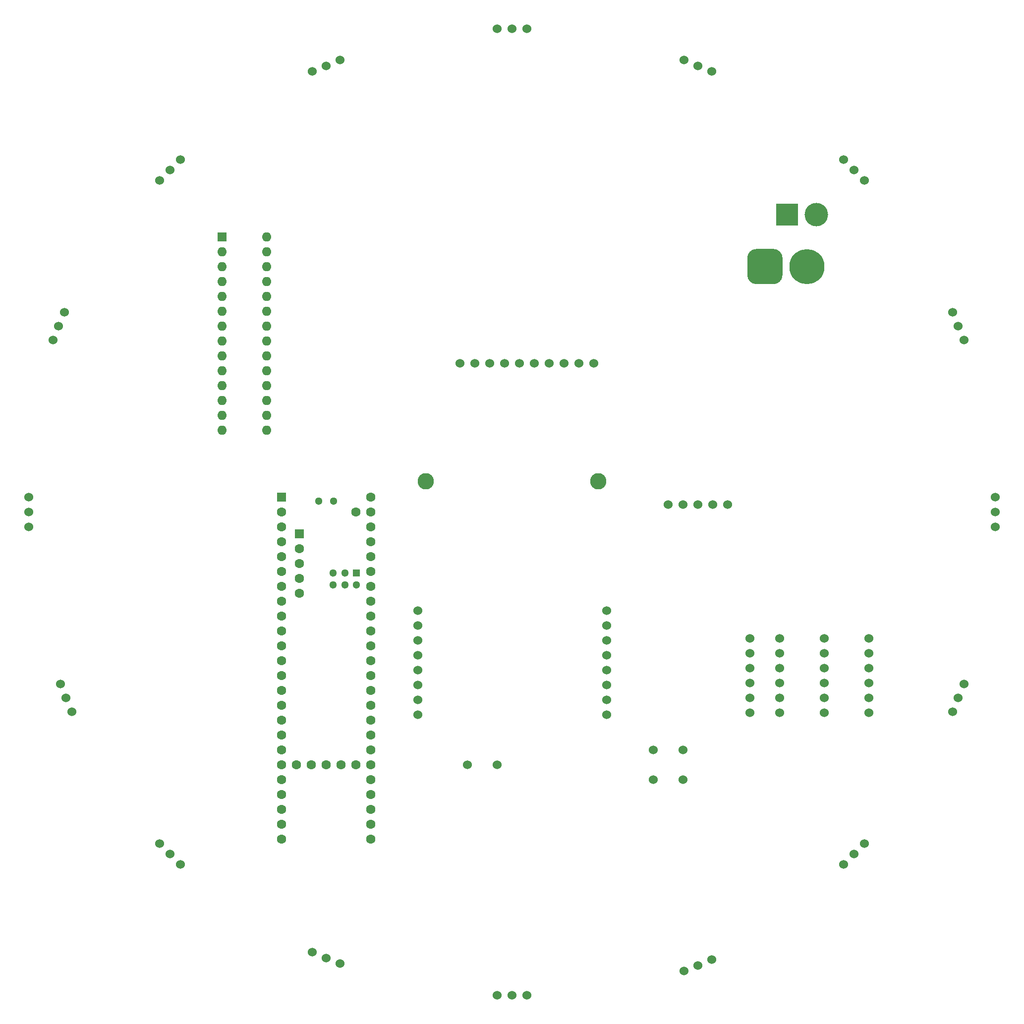
<source format=gbr>
%TF.GenerationSoftware,KiCad,Pcbnew,5.1.9+dfsg1-1+deb11u1*%
%TF.CreationDate,2024-06-09T15:48:32+02:00*%
%TF.ProjectId,pcb_boven,7063625f-626f-4766-956e-2e6b69636164,rev?*%
%TF.SameCoordinates,Original*%
%TF.FileFunction,Soldermask,Bot*%
%TF.FilePolarity,Negative*%
%FSLAX46Y46*%
G04 Gerber Fmt 4.6, Leading zero omitted, Abs format (unit mm)*
G04 Created by KiCad (PCBNEW 5.1.9+dfsg1-1+deb11u1) date 2024-06-09 15:48:32*
%MOMM*%
%LPD*%
G01*
G04 APERTURE LIST*
%ADD10C,1.524000*%
%ADD11C,1.300000*%
%ADD12C,1.600000*%
%ADD13R,1.300000X1.300000*%
%ADD14R,1.600000X1.600000*%
%ADD15C,2.794000*%
%ADD16C,6.000000*%
%ADD17C,4.000000*%
%ADD18R,3.800000X3.800000*%
%ADD19O,1.600000X1.600000*%
G04 APERTURE END LIST*
D10*
%TO.C,pcb_conn1*%
X114300000Y-74930000D03*
X111760000Y-74930000D03*
X109220000Y-74930000D03*
X106680000Y-74930000D03*
X104140000Y-74930000D03*
X101600000Y-74930000D03*
X99060000Y-74930000D03*
X96520000Y-74930000D03*
X93980000Y-74930000D03*
X91440000Y-74930000D03*
%TD*%
D11*
%TO.C,control_board1*%
X69850000Y-98520000D03*
X67310000Y-98520000D03*
D12*
X73660000Y-143510000D03*
X71120000Y-143510000D03*
X68580000Y-143510000D03*
X66040000Y-143510000D03*
X63500000Y-143510000D03*
D11*
X69761600Y-110760000D03*
X69761600Y-112760000D03*
X71761600Y-112760000D03*
X71761600Y-110760000D03*
X73761600Y-112760000D03*
D13*
X73761600Y-110760000D03*
D12*
X60960000Y-138430000D03*
X60960000Y-140970000D03*
X60960000Y-143510000D03*
X60960000Y-146050000D03*
X60960000Y-135890000D03*
X60960000Y-133350000D03*
X60960000Y-130810000D03*
X60960000Y-148590000D03*
X60960000Y-151130000D03*
X60960000Y-153670000D03*
X60960000Y-156210000D03*
X76200000Y-156210000D03*
X76200000Y-153670000D03*
X76200000Y-151130000D03*
X76200000Y-148590000D03*
X76200000Y-146050000D03*
X76200000Y-143510000D03*
X76200000Y-140970000D03*
X76200000Y-138430000D03*
X76200000Y-135890000D03*
X76200000Y-133350000D03*
X60960000Y-128270000D03*
X60960000Y-125730000D03*
X60960000Y-123190000D03*
X60960000Y-120650000D03*
X60960000Y-118110000D03*
X60960000Y-115570000D03*
X60960000Y-113030000D03*
X60960000Y-110490000D03*
X60960000Y-107950000D03*
X60960000Y-105410000D03*
X60960000Y-102870000D03*
X60960000Y-100330000D03*
D14*
X60960000Y-97790000D03*
D12*
X76200000Y-130810000D03*
X76200000Y-128270000D03*
X76200000Y-125730000D03*
X76200000Y-123190000D03*
X76200000Y-120650000D03*
X76200000Y-118110000D03*
X76200000Y-115570000D03*
X76200000Y-113030000D03*
X76200000Y-110490000D03*
X76200000Y-107950000D03*
X76200000Y-105410000D03*
X76200000Y-102870000D03*
X76200000Y-100330000D03*
X76200000Y-97790000D03*
D14*
X64010800Y-104089200D03*
D12*
X64010800Y-106629200D03*
X64010800Y-109169200D03*
X64010800Y-111709200D03*
X64010800Y-114249200D03*
X73660000Y-100330000D03*
%TD*%
D10*
%TO.C,ir_sensor_9*%
X97790000Y-182880000D03*
X100330000Y-182880000D03*
X102870000Y-182880000D03*
%TD*%
%TO.C,ir_sensor_1*%
X102870000Y-17780000D03*
X100330000Y-17780000D03*
X97790000Y-17780000D03*
%TD*%
%TO.C,ir_sensor_2*%
X70926654Y-23157984D03*
X68580000Y-24130000D03*
X66233346Y-25102016D03*
%TD*%
%TO.C,ir_sensor_8*%
X66233346Y-175557984D03*
X68580000Y-176530000D03*
X70926654Y-177502016D03*
%TD*%
%TO.C,ir_sensor_12*%
X175557984Y-134426654D03*
X176530000Y-132080000D03*
X177502016Y-129733346D03*
%TD*%
%TO.C,U2*%
X116459000Y-132461000D03*
X116459000Y-135001000D03*
D15*
X115062000Y-95123000D03*
X85598000Y-95123000D03*
D10*
X84201000Y-135001000D03*
X84201000Y-132461000D03*
X84201000Y-129921000D03*
X84201000Y-127381000D03*
X84201000Y-124841000D03*
X84201000Y-122301000D03*
X84201000Y-119761000D03*
X116459000Y-117221000D03*
X116459000Y-119761000D03*
X116459000Y-122301000D03*
X116459000Y-124841000D03*
X116459000Y-127381000D03*
X116459000Y-129921000D03*
X84201000Y-117221000D03*
%TD*%
%TO.C,xt60*%
G36*
G01*
X140510000Y-59920000D02*
X140510000Y-56920000D01*
G75*
G02*
X142010000Y-55420000I1500000J0D01*
G01*
X145010000Y-55420000D01*
G75*
G02*
X146510000Y-56920000I0J-1500000D01*
G01*
X146510000Y-59920000D01*
G75*
G02*
X145010000Y-61420000I-1500000J0D01*
G01*
X142010000Y-61420000D01*
G75*
G02*
X140510000Y-59920000I0J1500000D01*
G01*
G37*
D16*
X150710000Y-58420000D03*
%TD*%
D17*
%TO.C,xt30*%
X152320000Y-49530000D03*
D18*
X147320000Y-49530000D03*
%TD*%
D10*
%TO.C,U1*%
X137160000Y-99060000D03*
X134620000Y-99060000D03*
X132080000Y-99060000D03*
X129540000Y-99060000D03*
X127000000Y-99060000D03*
%TD*%
%TO.C,R7*%
X146050000Y-121920000D03*
X140970000Y-121920000D03*
%TD*%
%TO.C,R6*%
X146050000Y-124460000D03*
X140970000Y-124460000D03*
%TD*%
%TO.C,R5*%
X146050000Y-127000000D03*
X140970000Y-127000000D03*
%TD*%
%TO.C,R4*%
X146050000Y-129540000D03*
X140970000Y-129540000D03*
%TD*%
%TO.C,R3*%
X146050000Y-132080000D03*
X140970000Y-132080000D03*
%TD*%
%TO.C,R2*%
X146050000Y-134620000D03*
X140970000Y-134620000D03*
%TD*%
%TO.C,R1*%
X129540000Y-140970000D03*
X124460000Y-140970000D03*
%TD*%
D19*
%TO.C,Portmultiplexer1*%
X58420000Y-53340000D03*
X50800000Y-86360000D03*
X58420000Y-55880000D03*
X50800000Y-83820000D03*
X58420000Y-58420000D03*
X50800000Y-81280000D03*
X58420000Y-60960000D03*
X50800000Y-78740000D03*
X58420000Y-63500000D03*
X50800000Y-76200000D03*
X58420000Y-66040000D03*
X50800000Y-73660000D03*
X58420000Y-68580000D03*
X50800000Y-71120000D03*
X58420000Y-71120000D03*
X50800000Y-68580000D03*
X58420000Y-73660000D03*
X50800000Y-66040000D03*
X58420000Y-76200000D03*
X50800000Y-63500000D03*
X58420000Y-78740000D03*
X50800000Y-60960000D03*
X58420000Y-81280000D03*
X50800000Y-58420000D03*
X58420000Y-83820000D03*
X50800000Y-55880000D03*
X58420000Y-86360000D03*
D14*
X50800000Y-53340000D03*
%TD*%
D10*
%TO.C,ir_sensor_16*%
X134426654Y-25102016D03*
X132080000Y-24130000D03*
X129733346Y-23157984D03*
%TD*%
%TO.C,ir_sensor_15*%
X160546051Y-43706051D03*
X158750000Y-41910000D03*
X156953949Y-40113949D03*
%TD*%
%TO.C,ir_sensor_14*%
X177502016Y-70926654D03*
X176530000Y-68580000D03*
X175557984Y-66233346D03*
%TD*%
%TO.C,ir_sensor_13*%
X182880000Y-102870000D03*
X182880000Y-100330000D03*
X182880000Y-97790000D03*
%TD*%
%TO.C,ir_sensor_11*%
X156953949Y-160546051D03*
X158750000Y-158750000D03*
X160546051Y-156953949D03*
%TD*%
%TO.C,ir_sensor_10*%
X129733346Y-178772016D03*
X132080000Y-177800000D03*
X134426654Y-176827984D03*
%TD*%
%TO.C,ir_sensor_7*%
X40113949Y-156953949D03*
X41910000Y-158750000D03*
X43706051Y-160546051D03*
%TD*%
%TO.C,ir_sensor_6*%
X23157984Y-129733346D03*
X24130000Y-132080000D03*
X25102016Y-134426654D03*
%TD*%
%TO.C,ir_sensor_5*%
X17780000Y-97790000D03*
X17780000Y-100330000D03*
X17780000Y-102870000D03*
%TD*%
%TO.C,ir_sensor_4*%
X23832016Y-66233346D03*
X22860000Y-68580000D03*
X21887984Y-70926654D03*
%TD*%
%TO.C,ir_sensor_3*%
X43706051Y-40113949D03*
X41910000Y-41910000D03*
X40113949Y-43706051D03*
%TD*%
%TO.C,goal_kleur1*%
X129540000Y-146050000D03*
X124460000Y-146050000D03*
%TD*%
%TO.C,dip_swith_instellinen1*%
X153670000Y-134620000D03*
X153670000Y-132080000D03*
X153670000Y-129540000D03*
X153670000Y-127000000D03*
X153670000Y-124460000D03*
X153670000Y-121920000D03*
X161290000Y-121920000D03*
X161290000Y-124460000D03*
X161290000Y-127000000D03*
X161290000Y-129540000D03*
X161290000Y-132080000D03*
X161290000Y-134620000D03*
%TD*%
%TO.C,BZ1*%
X97790000Y-143510000D03*
X92710000Y-143510000D03*
%TD*%
M02*

</source>
